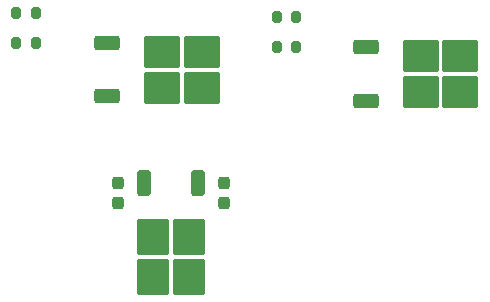
<source format=gbr>
%TF.GenerationSoftware,KiCad,Pcbnew,9.0.2*%
%TF.CreationDate,2025-07-30T16:59:02+09:00*%
%TF.ProjectId,ltr,6c74722e-6b69-4636-9164-5f7063625858,rev?*%
%TF.SameCoordinates,Original*%
%TF.FileFunction,Paste,Top*%
%TF.FilePolarity,Positive*%
%FSLAX46Y46*%
G04 Gerber Fmt 4.6, Leading zero omitted, Abs format (unit mm)*
G04 Created by KiCad (PCBNEW 9.0.2) date 2025-07-30 16:59:02*
%MOMM*%
%LPD*%
G01*
G04 APERTURE LIST*
G04 Aperture macros list*
%AMRoundRect*
0 Rectangle with rounded corners*
0 $1 Rounding radius*
0 $2 $3 $4 $5 $6 $7 $8 $9 X,Y pos of 4 corners*
0 Add a 4 corners polygon primitive as box body*
4,1,4,$2,$3,$4,$5,$6,$7,$8,$9,$2,$3,0*
0 Add four circle primitives for the rounded corners*
1,1,$1+$1,$2,$3*
1,1,$1+$1,$4,$5*
1,1,$1+$1,$6,$7*
1,1,$1+$1,$8,$9*
0 Add four rect primitives between the rounded corners*
20,1,$1+$1,$2,$3,$4,$5,0*
20,1,$1+$1,$4,$5,$6,$7,0*
20,1,$1+$1,$6,$7,$8,$9,0*
20,1,$1+$1,$8,$9,$2,$3,0*%
G04 Aperture macros list end*
%ADD10RoundRect,0.200000X-0.200000X-0.275000X0.200000X-0.275000X0.200000X0.275000X-0.200000X0.275000X0*%
%ADD11RoundRect,0.250000X-1.275000X-1.125000X1.275000X-1.125000X1.275000X1.125000X-1.275000X1.125000X0*%
%ADD12RoundRect,0.250000X-0.850000X-0.350000X0.850000X-0.350000X0.850000X0.350000X-0.850000X0.350000X0*%
%ADD13RoundRect,0.237500X-0.237500X0.300000X-0.237500X-0.300000X0.237500X-0.300000X0.237500X0.300000X0*%
%ADD14RoundRect,0.250000X-1.125000X1.275000X-1.125000X-1.275000X1.125000X-1.275000X1.125000X1.275000X0*%
%ADD15RoundRect,0.250000X-0.350000X0.850000X-0.350000X-0.850000X0.350000X-0.850000X0.350000X0.850000X0*%
G04 APERTURE END LIST*
D10*
%TO.C,R3*%
X114510000Y-63860000D03*
X116160000Y-63860000D03*
%TD*%
%TO.C,R2*%
X92460000Y-66025000D03*
X94110000Y-66025000D03*
%TD*%
D11*
%TO.C,Q1*%
X104785000Y-66780000D03*
X104785000Y-69830000D03*
X108135000Y-66780000D03*
X108135000Y-69830000D03*
D12*
X100160000Y-66025000D03*
X100160000Y-70585000D03*
%TD*%
D13*
%TO.C,C1*%
X110020000Y-77875000D03*
X110020000Y-79600000D03*
%TD*%
D10*
%TO.C,R1*%
X92460000Y-63475000D03*
X94110000Y-63475000D03*
%TD*%
D13*
%TO.C,C2*%
X101070000Y-77872500D03*
X101070000Y-79597500D03*
%TD*%
D11*
%TO.C,Q2*%
X126710000Y-67155000D03*
X126710000Y-70205000D03*
X130060000Y-67155000D03*
X130060000Y-70205000D03*
D12*
X122085000Y-66400000D03*
X122085000Y-70960000D03*
%TD*%
D10*
%TO.C,R4*%
X114510000Y-66410000D03*
X116160000Y-66410000D03*
%TD*%
D14*
%TO.C,U1*%
X107075000Y-82500000D03*
X104025000Y-82500000D03*
X107075000Y-85850000D03*
X104025000Y-85850000D03*
D15*
X107830000Y-77875000D03*
X103270000Y-77875000D03*
%TD*%
M02*

</source>
